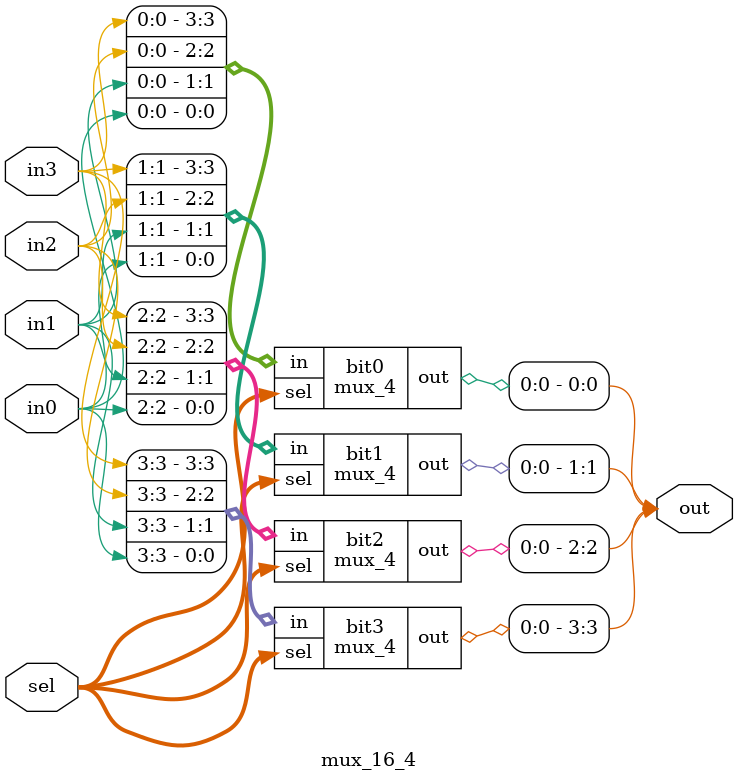
<source format=v>
module mux_2(q, sel, a, b);
	input a;
	input b;
	input sel;
	output q;

	wire a1, a2, selbar;

	not(selbar, sel);
	and(a1, selbar, a);
	and(a2, sel, b);
	or(q, a1, a2);
endmodule

module mux_4(out, sel, in);
	input[3:0] in;
	input[1:0] sel;
	output out;
	
	wire a_or_b, c_or_d;
	mux_2 M0(a_or_b, sel[0], in[0], in[1]);
	mux_2 M1(c_or_d, sel[0], in[2], in[3]);		
	mux_2 M2(out, sel[1], a_or_b, c_or_d);
endmodule

module mux_16_4(out, sel, in3, in2, in1, in0);
	input[3:0] in3, in2, in1, in0;
	input[1:0] sel;
	output[3:0] out;
	
	mux_4 bit3(out[3], sel, {in3[3], in2[3], in1[3], in0[3]});
	mux_4 bit2(out[2], sel, {in3[2], in2[2], in1[2], in0[2]});
	mux_4 bit1(out[1], sel, {in3[1], in2[1], in1[1], in0[1]});
	mux_4 bit0(out[0], sel, {in3[0], in2[0], in1[0], in0[0]});
endmodule

</source>
